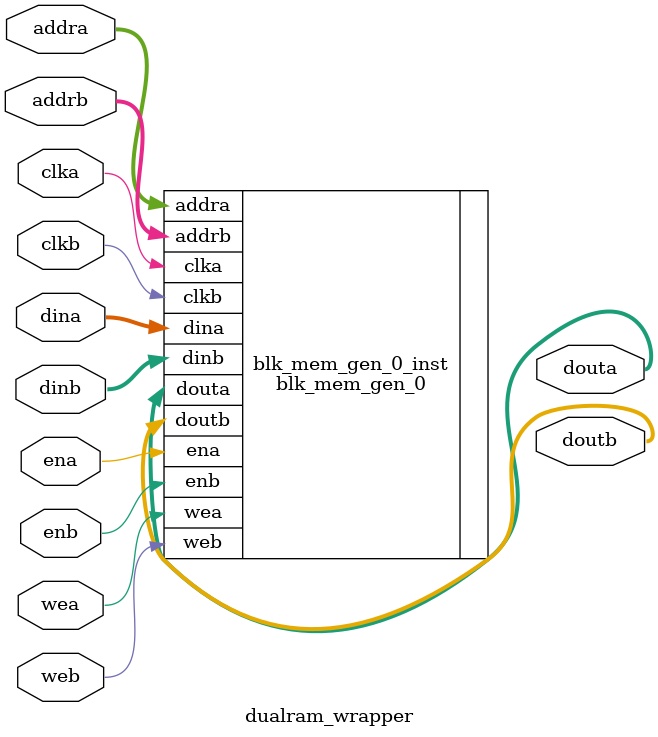
<source format=v>
`timescale 1ns / 1ps


module dualram_wrapper(clka,
                       ena,
                       wea,
                       addra,
                       dina,
                       douta,
                       clkb,
                       enb,
                       web,
                       addrb,
                       dinb,
                       doutb
    );
    
input  wire          clka;
input  wire          ena;
input  wire [ 0 : 0] wea;
input  wire [ 8 : 0] addra;
input  wire [15 : 0] dina;
output wire [15 : 0] douta;
input  wire          clkb;
input  wire          enb;
input  wire [ 0 : 0] web;
input  wire [ 8 : 0] addrb;
input  wire [15 : 0] dinb;
output wire [15 : 0] doutb;   
    
//----------- Begin Cut here for INSTANTIATION Template ---// INST_TAG
    blk_mem_gen_0 blk_mem_gen_0_inst (
      .clka(clka),    // input wire clka
      .ena(ena),      // input wire ena
      .wea(wea),      // input wire [0 : 0] wea
      .addra(addra),  // input wire [8 : 0] addra
      .dina(dina),    // input wire [15 : 0] dina
      .douta(douta),  // output wire [15 : 0] douta
      .clkb(clkb),    // input wire clkb
      .enb(enb),      // input wire enb
      .web(web),      // input wire [0 : 0] web
      .addrb(addrb),  // input wire [8 : 0] addrb
      .dinb(dinb),    // input wire [15 : 0] dinb
      .doutb(doutb)  // output wire [15 : 0] doutb
    );
    // INST_TAG_END ------ End INSTANTIATION Template ---------    
    
endmodule

</source>
